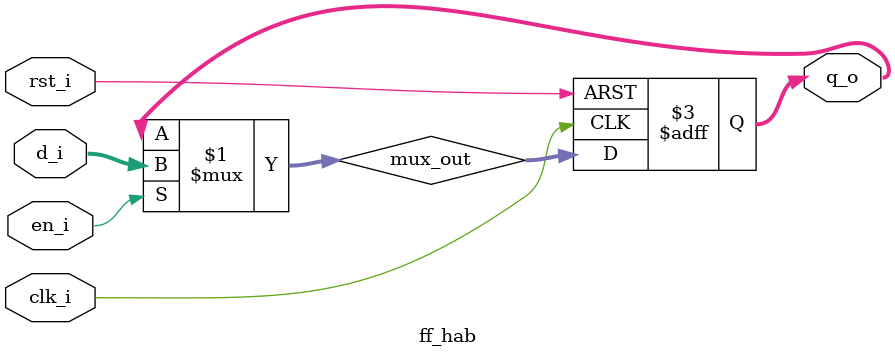
<source format=v>
module ff_hab #(
  parameter Width = 32
) (
  input                  rst_i,
  input                  clk_i,
  input                  en_i,
  input      [Width-1:0] d_i,
  output reg [Width-1:0] q_o 
);

  wire [Width-1:0] mux_out;

  assign mux_out = en_i ? d_i : q_o ;
	
  always @(posedge clk_i, posedge rst_i) begin
    if (rst_i) begin 
      q_o <= 0;
    end else begin
      q_o <= mux_out;
    end
  end
	
endmodule

</source>
